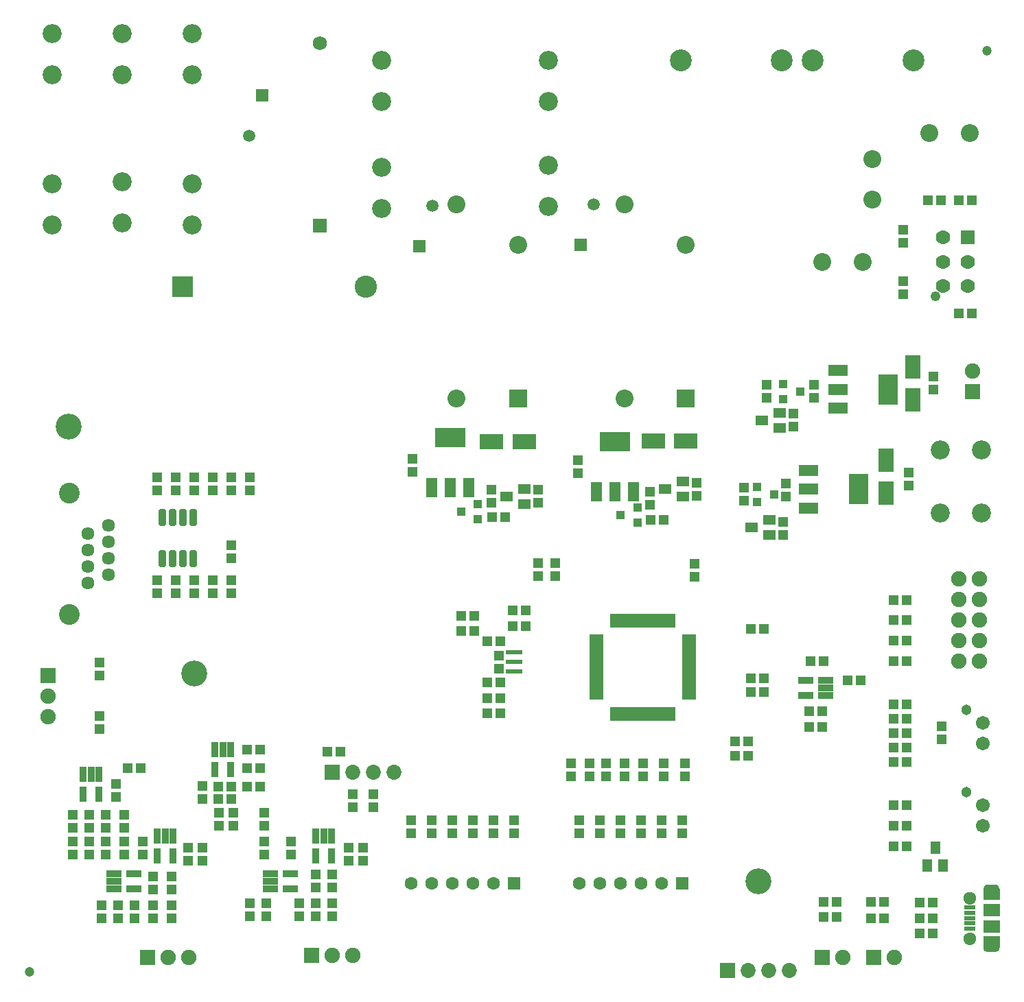
<source format=gbr>
G04 EAGLE Gerber RS-274X export*
G75*
%MOIN*%
%FSLAX34Y34*%
%LPD*%
%INSoldermask Top*%
%IPPOS*%
%AMOC8*
5,1,8,0,0,1.08239X$1,22.5*%
G01*
%ADD10R,0.066071X0.019811*%
%ADD11R,0.019811X0.066071*%
%ADD12R,0.058150X0.020748*%
%ADD13C,0.031043*%
%ADD14R,0.079803X0.064055*%
%ADD15R,0.047370X0.047370*%
%ADD16R,0.082803X0.023748*%
%ADD17R,0.047370X0.063118*%
%ADD18C,0.051307*%
%ADD19C,0.067055*%
%ADD20R,0.072000X0.032000*%
%ADD21C,0.074929*%
%ADD22R,0.074929X0.074929*%
%ADD23R,0.072961X0.072961*%
%ADD24C,0.072961*%
%ADD25R,0.096000X0.056000*%
%ADD26R,0.094614X0.149732*%
%ADD27R,0.063118X0.047370*%
%ADD28R,0.076898X0.112331*%
%ADD29R,0.043433X0.039496*%
%ADD30C,0.092646*%
%ADD31R,0.032000X0.072000*%
%ADD32R,0.063000X0.063000*%
%ADD33C,0.063000*%
%ADD34C,0.048157*%
%ADD35R,0.069811X0.069811*%
%ADD36C,0.069811*%
%ADD37R,0.086740X0.086740*%
%ADD38C,0.086740*%
%ADD39R,0.056000X0.096000*%
%ADD40R,0.149732X0.094614*%
%ADD41R,0.112331X0.076898*%
%ADD42R,0.059496X0.059496*%
%ADD43C,0.059496*%
%ADD44R,0.069024X0.069024*%
%ADD45C,0.069024*%
%ADD46C,0.106425*%
%ADD47R,0.098551X0.098551*%
%ADD48C,0.108000*%
%ADD49C,0.022171*%
%ADD50C,0.063433*%
%ADD51C,0.100913*%
%ADD52C,0.047370*%
%ADD53C,0.126110*%

G36*
X47606Y1660D02*
X47606Y1660D01*
X47650Y1664D01*
X47692Y1677D01*
X47730Y1697D01*
X47764Y1725D01*
X47792Y1759D01*
X47812Y1797D01*
X47825Y1839D01*
X47828Y1873D01*
X47829Y1875D01*
X47829Y1877D01*
X47829Y1880D01*
X47829Y1882D01*
X47829Y1883D01*
X47829Y2419D01*
X47828Y2421D01*
X47030Y2421D01*
X47029Y2420D01*
X47029Y2419D01*
X47029Y1883D01*
X47033Y1839D01*
X47046Y1797D01*
X47066Y1759D01*
X47067Y1759D01*
X47094Y1725D01*
X47128Y1697D01*
X47166Y1677D01*
X47167Y1677D01*
X47208Y1664D01*
X47209Y1664D01*
X47252Y1660D01*
X47606Y1660D01*
X47606Y1660D01*
G37*
G36*
X47829Y4180D02*
X47829Y4180D01*
X47829Y4181D01*
X47829Y4717D01*
X47825Y4761D01*
X47812Y4803D01*
X47792Y4841D01*
X47764Y4875D01*
X47730Y4903D01*
X47692Y4923D01*
X47650Y4936D01*
X47606Y4940D01*
X47252Y4940D01*
X47209Y4936D01*
X47208Y4936D01*
X47167Y4923D01*
X47166Y4923D01*
X47128Y4903D01*
X47094Y4875D01*
X47067Y4841D01*
X47066Y4841D01*
X47046Y4803D01*
X47033Y4761D01*
X47029Y4717D01*
X47029Y4181D01*
X47030Y4179D01*
X47828Y4179D01*
X47829Y4180D01*
G37*
D10*
X28241Y16976D03*
X28241Y16780D03*
X28241Y16583D03*
X28241Y16386D03*
X28241Y16189D03*
X28241Y15992D03*
X28241Y15795D03*
X28241Y15598D03*
X28241Y15402D03*
X28241Y15205D03*
X28241Y15008D03*
X28241Y14811D03*
X28241Y14614D03*
X28241Y14417D03*
X28241Y14220D03*
X28241Y14024D03*
D11*
X29024Y13241D03*
X29220Y13241D03*
X29417Y13241D03*
X29614Y13241D03*
X29811Y13241D03*
X30008Y13241D03*
X30205Y13241D03*
X30402Y13241D03*
X30598Y13241D03*
X30795Y13241D03*
X30992Y13241D03*
X31189Y13241D03*
X31386Y13241D03*
X31583Y13241D03*
X31780Y13241D03*
X31976Y13241D03*
D10*
X32759Y14024D03*
X32759Y14220D03*
X32759Y14417D03*
X32759Y14614D03*
X32759Y14811D03*
X32759Y15008D03*
X32759Y15205D03*
X32759Y15402D03*
X32759Y15598D03*
X32759Y15795D03*
X32759Y15992D03*
X32759Y16189D03*
X32759Y16386D03*
X32759Y16583D03*
X32759Y16780D03*
X32759Y16976D03*
D11*
X31976Y17759D03*
X31780Y17759D03*
X31583Y17759D03*
X31386Y17759D03*
X31189Y17759D03*
X30992Y17759D03*
X30795Y17759D03*
X30598Y17759D03*
X30402Y17759D03*
X30205Y17759D03*
X30008Y17759D03*
X29811Y17759D03*
X29614Y17759D03*
X29417Y17759D03*
X29220Y17759D03*
X29024Y17759D03*
D12*
X46376Y2788D03*
X46376Y3044D03*
X46376Y3300D03*
X46376Y3556D03*
X46376Y3812D03*
D13*
X46211Y2316D02*
X46213Y2340D01*
X46219Y2364D01*
X46228Y2386D01*
X46241Y2407D01*
X46256Y2426D01*
X46275Y2441D01*
X46296Y2454D01*
X46318Y2463D01*
X46342Y2469D01*
X46366Y2471D01*
X46390Y2469D01*
X46414Y2463D01*
X46436Y2454D01*
X46457Y2441D01*
X46476Y2426D01*
X46491Y2407D01*
X46504Y2386D01*
X46513Y2364D01*
X46519Y2340D01*
X46521Y2316D01*
X46519Y2292D01*
X46513Y2268D01*
X46504Y2246D01*
X46491Y2225D01*
X46476Y2206D01*
X46457Y2191D01*
X46436Y2178D01*
X46414Y2169D01*
X46390Y2163D01*
X46366Y2161D01*
X46342Y2163D01*
X46318Y2169D01*
X46296Y2178D01*
X46275Y2191D01*
X46256Y2206D01*
X46241Y2225D01*
X46228Y2246D01*
X46219Y2268D01*
X46213Y2292D01*
X46211Y2316D01*
X46211Y4284D02*
X46213Y4308D01*
X46219Y4332D01*
X46228Y4354D01*
X46241Y4375D01*
X46256Y4394D01*
X46275Y4409D01*
X46296Y4422D01*
X46318Y4431D01*
X46342Y4437D01*
X46366Y4439D01*
X46390Y4437D01*
X46414Y4431D01*
X46436Y4422D01*
X46457Y4409D01*
X46476Y4394D01*
X46491Y4375D01*
X46504Y4354D01*
X46513Y4332D01*
X46519Y4308D01*
X46521Y4284D01*
X46519Y4260D01*
X46513Y4236D01*
X46504Y4214D01*
X46491Y4193D01*
X46476Y4174D01*
X46457Y4159D01*
X46436Y4146D01*
X46414Y4137D01*
X46390Y4131D01*
X46366Y4129D01*
X46342Y4131D01*
X46318Y4137D01*
X46296Y4146D01*
X46275Y4159D01*
X46256Y4174D01*
X46241Y4193D01*
X46228Y4214D01*
X46219Y4236D01*
X46213Y4260D01*
X46211Y4284D01*
D14*
X47429Y2906D03*
X47429Y3694D03*
D15*
X43935Y3300D03*
X44565Y3300D03*
X43935Y2550D03*
X44565Y2550D03*
X44565Y4050D03*
X43935Y4050D03*
D16*
X24250Y16222D03*
X24250Y15750D03*
X24250Y15278D03*
D15*
X23500Y15435D03*
X23500Y16065D03*
X22935Y16750D03*
X23565Y16750D03*
X22935Y14750D03*
X23565Y14750D03*
X36365Y14300D03*
X35735Y14300D03*
X42685Y6800D03*
X43315Y6800D03*
D17*
X44700Y6733D03*
X45074Y5867D03*
X44326Y5867D03*
D15*
X42685Y7800D03*
X43315Y7800D03*
X43315Y8800D03*
X42685Y8800D03*
D18*
X46213Y13414D03*
D19*
X47000Y12784D03*
X47000Y11800D03*
D18*
X46213Y9414D03*
D19*
X47000Y8784D03*
X47000Y7800D03*
D20*
X39390Y14126D03*
X39390Y14500D03*
X39390Y14874D03*
X38410Y14874D03*
X38410Y14126D03*
D15*
X43315Y12300D03*
X42685Y12300D03*
X43315Y11600D03*
X42685Y11600D03*
X45000Y11985D03*
X45000Y12615D03*
X43315Y13000D03*
X42685Y13000D03*
X39265Y15800D03*
X38635Y15800D03*
X40435Y14850D03*
X41065Y14850D03*
X42685Y10900D03*
X43315Y10900D03*
X43315Y13700D03*
X42685Y13700D03*
X38585Y13350D03*
X39215Y13350D03*
X39215Y12600D03*
X38585Y12600D03*
X35735Y14950D03*
X36365Y14950D03*
D21*
X45850Y19800D03*
X45850Y18800D03*
X45850Y17800D03*
X45850Y16800D03*
X45850Y15800D03*
X46850Y15800D03*
X46850Y16800D03*
X46850Y17800D03*
X46850Y18800D03*
X46850Y19800D03*
D15*
X43315Y18750D03*
X42685Y18750D03*
X43315Y17800D03*
X42685Y17800D03*
X43315Y16800D03*
X42685Y16800D03*
X43315Y15800D03*
X42685Y15800D03*
X23565Y13250D03*
X22935Y13250D03*
X22935Y14000D03*
X23565Y14000D03*
X24815Y17500D03*
X24185Y17500D03*
X24815Y18250D03*
X24185Y18250D03*
X22315Y18000D03*
X21685Y18000D03*
X22315Y17250D03*
X21685Y17250D03*
X32550Y10815D03*
X32550Y10185D03*
X31500Y10815D03*
X31500Y10185D03*
D22*
X39200Y1400D03*
D21*
X40200Y1400D03*
D15*
X39285Y4100D03*
X39915Y4100D03*
X39285Y3350D03*
X39915Y3350D03*
D23*
X34600Y750D03*
D24*
X35600Y750D03*
X36600Y750D03*
X37600Y750D03*
D25*
X38530Y25060D03*
X38530Y24150D03*
X38530Y23240D03*
D26*
X40970Y24150D03*
D27*
X35767Y22300D03*
X36633Y22674D03*
X36633Y21926D03*
D28*
X42300Y25543D03*
X42300Y23957D03*
D29*
X36056Y24274D03*
X36056Y23526D03*
X36883Y23900D03*
D30*
X44950Y26050D03*
X46950Y26050D03*
X44950Y23000D03*
X46950Y23000D03*
D31*
X15374Y7290D03*
X15000Y7290D03*
X14626Y7290D03*
X14626Y6310D03*
X15374Y6310D03*
D15*
X15400Y5415D03*
X15400Y4785D03*
X16900Y6085D03*
X16900Y6715D03*
X16200Y6715D03*
X16200Y6085D03*
X14600Y4785D03*
X14600Y5415D03*
X14600Y3385D03*
X14600Y4015D03*
X15400Y3385D03*
X15400Y4015D03*
X13800Y4015D03*
X13800Y3385D03*
X12200Y4015D03*
X12200Y3385D03*
X11400Y4015D03*
X11400Y3385D03*
D20*
X12410Y5474D03*
X12410Y5100D03*
X12410Y4726D03*
X13390Y4726D03*
X13390Y5474D03*
D15*
X13400Y6385D03*
X13400Y7015D03*
X12100Y7015D03*
X12100Y6385D03*
X12100Y7785D03*
X12100Y8415D03*
D31*
X10474Y11490D03*
X10100Y11490D03*
X9726Y11490D03*
X9726Y10510D03*
X10474Y10510D03*
D15*
X10600Y7785D03*
X10600Y8415D03*
X9900Y7785D03*
X9900Y8415D03*
X11915Y9700D03*
X11285Y9700D03*
X10515Y9100D03*
X9885Y9100D03*
X10515Y9700D03*
X9885Y9700D03*
X9100Y9085D03*
X9100Y9715D03*
X11915Y11500D03*
X11285Y11500D03*
X11285Y10600D03*
X11915Y10600D03*
D31*
X7674Y7290D03*
X7300Y7290D03*
X6926Y7290D03*
X6926Y6310D03*
X7674Y6310D03*
D15*
X7600Y5315D03*
X7600Y4685D03*
X9100Y6085D03*
X9100Y6715D03*
X8400Y6715D03*
X8400Y6085D03*
X6700Y4685D03*
X6700Y5315D03*
X6700Y3285D03*
X6700Y3915D03*
X7600Y3285D03*
X7600Y3915D03*
X5800Y3915D03*
X5800Y3285D03*
X4200Y3915D03*
X4200Y3285D03*
X5000Y3285D03*
X5000Y3915D03*
D20*
X4810Y5474D03*
X4810Y5100D03*
X4810Y4726D03*
X5790Y4726D03*
X5790Y5474D03*
D15*
X6200Y6385D03*
X6200Y7015D03*
X4400Y7015D03*
X4400Y6385D03*
X5300Y7015D03*
X5300Y6385D03*
D31*
X4074Y10290D03*
X3700Y10290D03*
X3326Y10290D03*
X3326Y9310D03*
X4074Y9310D03*
D15*
X3600Y6385D03*
X3600Y7015D03*
X2800Y6385D03*
X2800Y7015D03*
X5300Y8315D03*
X5300Y7685D03*
X4400Y7685D03*
X4400Y8315D03*
X3600Y7685D03*
X3600Y8315D03*
X2800Y7685D03*
X2800Y8315D03*
X6115Y10600D03*
X5485Y10600D03*
X4900Y9185D03*
X4900Y9815D03*
X27900Y10815D03*
X27900Y10185D03*
X27000Y10815D03*
X27000Y10185D03*
X28700Y10185D03*
X28700Y10815D03*
X29600Y10185D03*
X29600Y10815D03*
D32*
X24250Y5000D03*
D33*
X23250Y5000D03*
X22250Y5000D03*
X21250Y5000D03*
X20250Y5000D03*
X19250Y5000D03*
D32*
X32400Y5000D03*
D33*
X31400Y5000D03*
X30400Y5000D03*
X29400Y5000D03*
X28400Y5000D03*
X27400Y5000D03*
D15*
X19250Y8065D03*
X19250Y7435D03*
X24250Y8065D03*
X24250Y7435D03*
X23250Y8065D03*
X23250Y7435D03*
X22250Y7435D03*
X22250Y8065D03*
X21250Y8065D03*
X21250Y7435D03*
X20250Y7435D03*
X20250Y8065D03*
X27400Y8065D03*
X27400Y7435D03*
X32400Y8065D03*
X32400Y7435D03*
X31400Y8065D03*
X31400Y7435D03*
X29400Y7435D03*
X29400Y8065D03*
X30400Y8065D03*
X30400Y7435D03*
X28400Y7435D03*
X28400Y8065D03*
D34*
X44699Y33515D03*
D35*
X46266Y36381D03*
D36*
X46266Y35200D03*
X46266Y34019D03*
X45085Y36381D03*
X45085Y35200D03*
X45085Y34019D03*
D15*
X46465Y38200D03*
X45835Y38200D03*
X46465Y32700D03*
X45835Y32700D03*
X44335Y38200D03*
X44965Y38200D03*
X43150Y36135D03*
X43150Y36765D03*
X43150Y33635D03*
X43150Y34265D03*
D37*
X32588Y28569D03*
D38*
X29612Y28569D03*
X32588Y36010D03*
X29612Y37994D03*
D39*
X28240Y24030D03*
X29150Y24030D03*
X30060Y24030D03*
D40*
X29150Y26470D03*
D27*
X31567Y24150D03*
X32433Y24524D03*
X32433Y23776D03*
D41*
X31007Y26500D03*
X32593Y26500D03*
D29*
X30244Y22526D03*
X30244Y23274D03*
X29417Y22900D03*
D37*
X24438Y28569D03*
D38*
X21462Y28569D03*
X24438Y36010D03*
X21462Y37994D03*
D39*
X20240Y24230D03*
X21150Y24230D03*
X22060Y24230D03*
D40*
X21150Y26670D03*
D27*
X23867Y23800D03*
X24733Y24174D03*
X24733Y23426D03*
D41*
X23157Y26450D03*
X24743Y26450D03*
D29*
X22494Y22676D03*
X22494Y23424D03*
X21667Y23050D03*
D42*
X19635Y35966D03*
D43*
X20265Y37934D03*
D42*
X27485Y36016D03*
D43*
X28115Y37984D03*
D30*
X25900Y37900D03*
X25900Y39900D03*
X25900Y43000D03*
X25900Y45000D03*
X17800Y37800D03*
X17800Y39800D03*
X17800Y43000D03*
X17800Y45000D03*
X8600Y44300D03*
X8600Y46300D03*
X8600Y37000D03*
X8600Y39000D03*
D44*
X14800Y36971D03*
D45*
X14800Y45829D03*
D46*
X37261Y45000D03*
X32339Y45000D03*
X43661Y45000D03*
X38739Y45000D03*
D42*
X12015Y43284D03*
D43*
X11385Y41316D03*
D47*
X8151Y34000D03*
D48*
X17049Y34000D03*
D15*
X23150Y23485D03*
X23150Y24115D03*
X23815Y22800D03*
X23185Y22800D03*
X25400Y20565D03*
X25400Y19935D03*
X25400Y24115D03*
X25400Y23485D03*
X19300Y24985D03*
X19300Y25615D03*
X26250Y20565D03*
X26250Y19935D03*
X33100Y24465D03*
X33100Y23835D03*
X27350Y24935D03*
X27350Y25565D03*
X30850Y23385D03*
X30850Y24015D03*
X31515Y22650D03*
X30885Y22650D03*
X36365Y17350D03*
X35735Y17350D03*
X37450Y24415D03*
X37450Y23785D03*
X35400Y23585D03*
X35400Y24215D03*
X37300Y22565D03*
X37300Y21935D03*
X43400Y24335D03*
X43400Y24965D03*
D38*
X44416Y41450D03*
X46384Y41450D03*
X41650Y40184D03*
X41650Y38216D03*
D22*
X14400Y1500D03*
D21*
X15400Y1500D03*
X16400Y1500D03*
D22*
X6450Y1400D03*
D21*
X7450Y1400D03*
X8450Y1400D03*
D15*
X34985Y11900D03*
X35615Y11900D03*
D22*
X41700Y1400D03*
D21*
X42700Y1400D03*
D15*
X41585Y4100D03*
X42215Y4100D03*
X41585Y3300D03*
X42215Y3300D03*
X34985Y11200D03*
X35615Y11200D03*
D30*
X5200Y37100D03*
X5200Y39100D03*
X5200Y44300D03*
X5200Y46300D03*
X1800Y37000D03*
X1800Y39000D03*
X1800Y44300D03*
X1800Y46300D03*
D38*
X39216Y35200D03*
X41184Y35200D03*
D25*
X39980Y29910D03*
X39980Y29000D03*
X39980Y28090D03*
D26*
X42420Y29000D03*
D27*
X36267Y27500D03*
X37133Y27874D03*
X37133Y27126D03*
D28*
X43600Y28507D03*
X43600Y30093D03*
D29*
X37306Y29274D03*
X37306Y28526D03*
X38133Y28900D03*
D15*
X33000Y20515D03*
X33000Y19885D03*
X38800Y29215D03*
X38800Y28585D03*
X36500Y28585D03*
X36500Y29215D03*
X37800Y27815D03*
X37800Y27185D03*
X44600Y29615D03*
X44600Y28985D03*
D22*
X46500Y28900D03*
D21*
X46500Y29900D03*
D22*
X1600Y15100D03*
D21*
X1600Y14100D03*
X1600Y13100D03*
D15*
X4100Y13115D03*
X4100Y12485D03*
X30500Y10185D03*
X30500Y10815D03*
X4100Y15715D03*
X4100Y15085D03*
D49*
X8580Y22497D02*
X8580Y23103D01*
X8720Y23103D01*
X8720Y22497D01*
X8580Y22497D01*
X8580Y22708D02*
X8720Y22708D01*
X8720Y22919D02*
X8580Y22919D01*
X8080Y23103D02*
X8080Y22497D01*
X8080Y23103D02*
X8220Y23103D01*
X8220Y22497D01*
X8080Y22497D01*
X8080Y22708D02*
X8220Y22708D01*
X8220Y22919D02*
X8080Y22919D01*
X7580Y23103D02*
X7580Y22497D01*
X7580Y23103D02*
X7720Y23103D01*
X7720Y22497D01*
X7580Y22497D01*
X7580Y22708D02*
X7720Y22708D01*
X7720Y22919D02*
X7580Y22919D01*
X7080Y23103D02*
X7080Y22497D01*
X7080Y23103D02*
X7220Y23103D01*
X7220Y22497D01*
X7080Y22497D01*
X7080Y22708D02*
X7220Y22708D01*
X7220Y22919D02*
X7080Y22919D01*
X7080Y21103D02*
X7080Y20497D01*
X7080Y21103D02*
X7220Y21103D01*
X7220Y20497D01*
X7080Y20497D01*
X7080Y20708D02*
X7220Y20708D01*
X7220Y20919D02*
X7080Y20919D01*
X7580Y21103D02*
X7580Y20497D01*
X7580Y21103D02*
X7720Y21103D01*
X7720Y20497D01*
X7580Y20497D01*
X7580Y20708D02*
X7720Y20708D01*
X7720Y20919D02*
X7580Y20919D01*
X8080Y21103D02*
X8080Y20497D01*
X8080Y21103D02*
X8220Y21103D01*
X8220Y20497D01*
X8080Y20497D01*
X8080Y20708D02*
X8220Y20708D01*
X8220Y20919D02*
X8080Y20919D01*
X8580Y21103D02*
X8580Y20497D01*
X8580Y21103D02*
X8720Y21103D01*
X8720Y20497D01*
X8580Y20497D01*
X8580Y20708D02*
X8720Y20708D01*
X8720Y20919D02*
X8580Y20919D01*
D15*
X9600Y24715D03*
X9600Y24085D03*
X10500Y24085D03*
X10500Y24715D03*
X11400Y24715D03*
X11400Y24085D03*
X8700Y24715D03*
X8700Y24085D03*
X7800Y24085D03*
X7800Y24715D03*
X6900Y24085D03*
X6900Y24715D03*
X10500Y19715D03*
X10500Y19085D03*
X9600Y19085D03*
X9600Y19715D03*
X6900Y19085D03*
X6900Y19715D03*
X7800Y19085D03*
X7800Y19715D03*
X8700Y19085D03*
X8700Y19715D03*
D50*
X3538Y19594D03*
X4538Y19996D03*
X3538Y20398D03*
X4538Y20799D03*
X3538Y21201D03*
X4538Y21602D03*
X3538Y22004D03*
X4538Y22406D03*
D51*
X2633Y23953D03*
X2633Y18047D03*
D15*
X10500Y20785D03*
X10500Y21415D03*
D52*
X47200Y45450D03*
X700Y700D03*
D53*
X36100Y5100D03*
X2600Y27200D03*
X8700Y15200D03*
D23*
X15400Y10400D03*
D24*
X16400Y10400D03*
X17400Y10400D03*
X18400Y10400D03*
D15*
X15185Y11400D03*
X15815Y11400D03*
X16400Y8685D03*
X16400Y9315D03*
X17400Y8685D03*
X17400Y9315D03*
M02*

</source>
